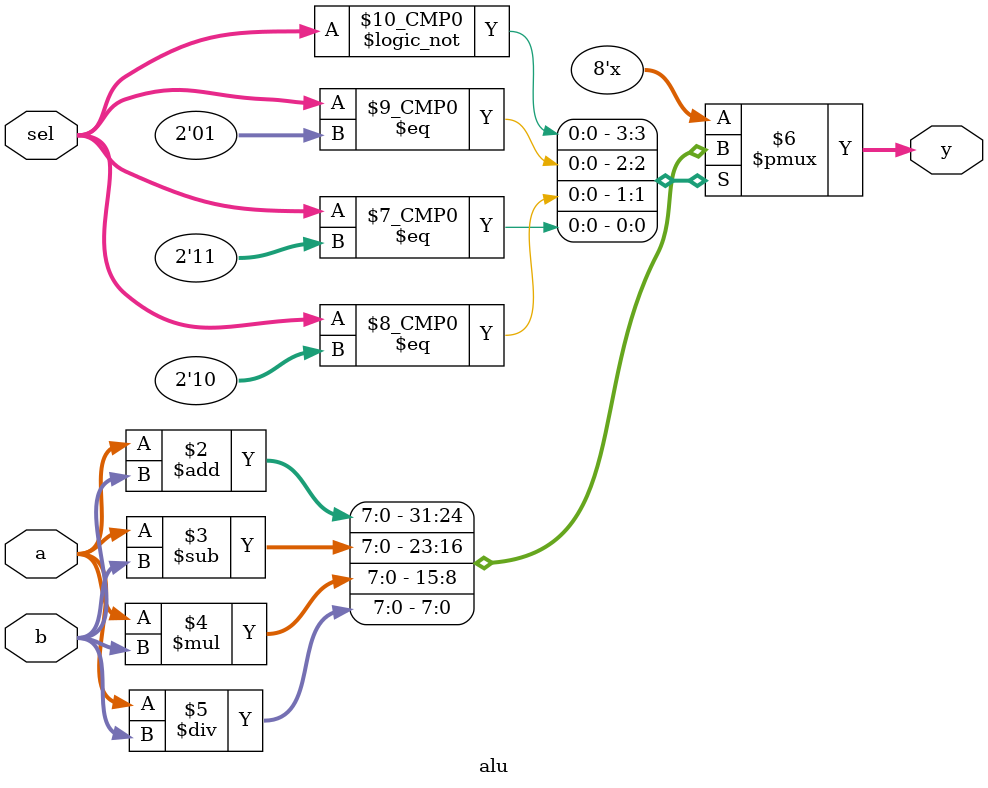
<source format=v>
module alu (
    input  [3:0] a, b,
    input  [1:0] sel,
  output reg  [7:0]y
);

always @(*) begin
    case (sel)
        2'b00: y = a + b;
        2'b01: y = a - b;
        2'b10: y = a * b;
        2'b11: y = a/b;
    endcase
end


endmodule

</source>
